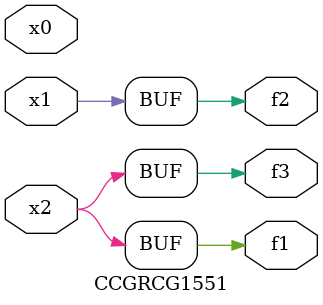
<source format=v>
module CCGRCG1551(
	input x0, x1, x2,
	output f1, f2, f3
);
	assign f1 = x2;
	assign f2 = x1;
	assign f3 = x2;
endmodule

</source>
